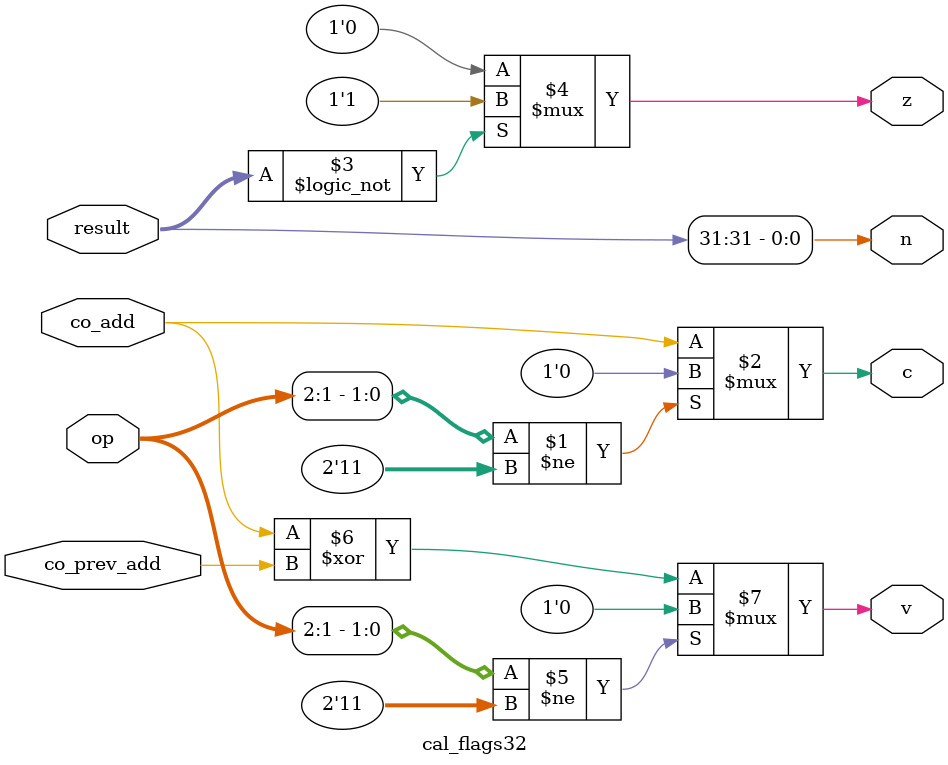
<source format=v>
module cal_flags32(op, result, co_add, co_prev_add, c, n, z, v);
	input [2:0] op;
	input [31:0] result;
	input co_add, co_prev_add;
	output c, n, z, v;
	
	assign c = (op[2:1] != 2'b11) ? 1'b0 : co_add;
	assign n = result[31];
	assign z = (result == 32'b0) ? 1'b1 : 1'b0;
	assign v = (op[2:1] != 2'b11) ? 1'b0 : co_add ^ co_prev_add;
	
	endmodule
	
</source>
